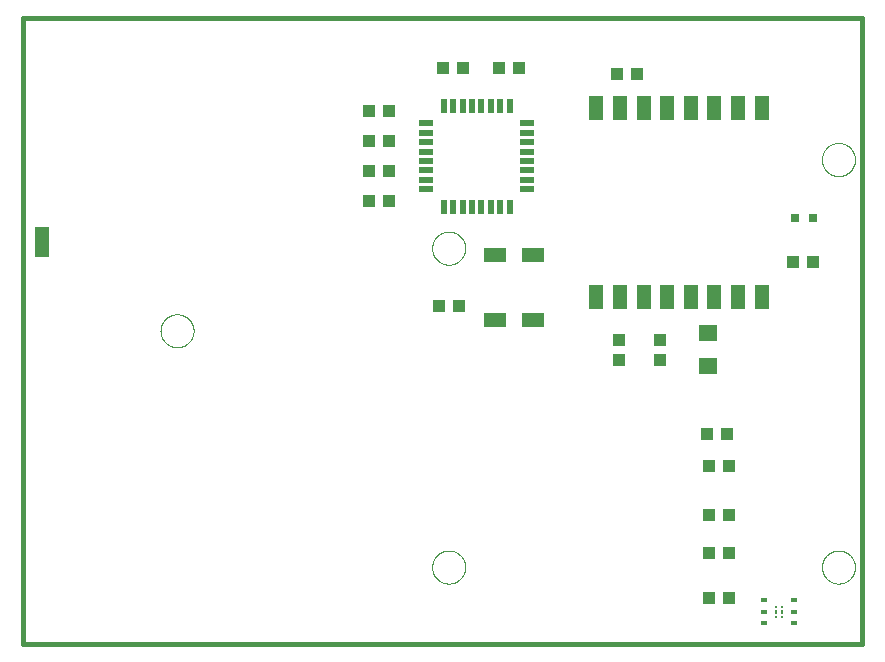
<source format=gtp>
G75*
%MOIN*%
%OFA0B0*%
%FSLAX25Y25*%
%IPPOS*%
%LPD*%
%AMOC8*
5,1,8,0,0,1.08239X$1,22.5*
%
%ADD10C,0.01600*%
%ADD11C,0.00000*%
%ADD12R,0.06299X0.05512*%
%ADD13R,0.03937X0.04331*%
%ADD14R,0.07480X0.05118*%
%ADD15R,0.04331X0.03937*%
%ADD16R,0.03150X0.03150*%
%ADD17R,0.05118X0.07874*%
%ADD18R,0.02200X0.05000*%
%ADD19R,0.05000X0.02200*%
%ADD20R,0.02362X0.01575*%
%ADD21R,0.00984X0.00984*%
%ADD22R,0.00984X0.01181*%
%ADD23R,0.05000X0.10000*%
D10*
X0001800Y0001800D02*
X0281328Y0001800D01*
X0281328Y0210461D01*
X0001800Y0210461D01*
X0001800Y0001800D01*
D11*
X0138020Y0027391D02*
X0138022Y0027539D01*
X0138028Y0027687D01*
X0138038Y0027835D01*
X0138052Y0027982D01*
X0138070Y0028129D01*
X0138091Y0028275D01*
X0138117Y0028421D01*
X0138147Y0028566D01*
X0138180Y0028710D01*
X0138218Y0028853D01*
X0138259Y0028995D01*
X0138304Y0029136D01*
X0138352Y0029276D01*
X0138405Y0029415D01*
X0138461Y0029552D01*
X0138521Y0029687D01*
X0138584Y0029821D01*
X0138651Y0029953D01*
X0138722Y0030083D01*
X0138796Y0030211D01*
X0138873Y0030337D01*
X0138954Y0030461D01*
X0139038Y0030583D01*
X0139125Y0030702D01*
X0139216Y0030819D01*
X0139310Y0030934D01*
X0139406Y0031046D01*
X0139506Y0031156D01*
X0139608Y0031262D01*
X0139714Y0031366D01*
X0139822Y0031467D01*
X0139933Y0031565D01*
X0140046Y0031661D01*
X0140162Y0031753D01*
X0140280Y0031842D01*
X0140401Y0031927D01*
X0140524Y0032010D01*
X0140649Y0032089D01*
X0140776Y0032165D01*
X0140905Y0032237D01*
X0141036Y0032306D01*
X0141169Y0032371D01*
X0141304Y0032432D01*
X0141440Y0032490D01*
X0141577Y0032545D01*
X0141716Y0032595D01*
X0141857Y0032642D01*
X0141998Y0032685D01*
X0142141Y0032725D01*
X0142285Y0032760D01*
X0142429Y0032792D01*
X0142575Y0032819D01*
X0142721Y0032843D01*
X0142868Y0032863D01*
X0143015Y0032879D01*
X0143162Y0032891D01*
X0143310Y0032899D01*
X0143458Y0032903D01*
X0143606Y0032903D01*
X0143754Y0032899D01*
X0143902Y0032891D01*
X0144049Y0032879D01*
X0144196Y0032863D01*
X0144343Y0032843D01*
X0144489Y0032819D01*
X0144635Y0032792D01*
X0144779Y0032760D01*
X0144923Y0032725D01*
X0145066Y0032685D01*
X0145207Y0032642D01*
X0145348Y0032595D01*
X0145487Y0032545D01*
X0145624Y0032490D01*
X0145760Y0032432D01*
X0145895Y0032371D01*
X0146028Y0032306D01*
X0146159Y0032237D01*
X0146288Y0032165D01*
X0146415Y0032089D01*
X0146540Y0032010D01*
X0146663Y0031927D01*
X0146784Y0031842D01*
X0146902Y0031753D01*
X0147018Y0031661D01*
X0147131Y0031565D01*
X0147242Y0031467D01*
X0147350Y0031366D01*
X0147456Y0031262D01*
X0147558Y0031156D01*
X0147658Y0031046D01*
X0147754Y0030934D01*
X0147848Y0030819D01*
X0147939Y0030702D01*
X0148026Y0030583D01*
X0148110Y0030461D01*
X0148191Y0030337D01*
X0148268Y0030211D01*
X0148342Y0030083D01*
X0148413Y0029953D01*
X0148480Y0029821D01*
X0148543Y0029687D01*
X0148603Y0029552D01*
X0148659Y0029415D01*
X0148712Y0029276D01*
X0148760Y0029136D01*
X0148805Y0028995D01*
X0148846Y0028853D01*
X0148884Y0028710D01*
X0148917Y0028566D01*
X0148947Y0028421D01*
X0148973Y0028275D01*
X0148994Y0028129D01*
X0149012Y0027982D01*
X0149026Y0027835D01*
X0149036Y0027687D01*
X0149042Y0027539D01*
X0149044Y0027391D01*
X0149042Y0027243D01*
X0149036Y0027095D01*
X0149026Y0026947D01*
X0149012Y0026800D01*
X0148994Y0026653D01*
X0148973Y0026507D01*
X0148947Y0026361D01*
X0148917Y0026216D01*
X0148884Y0026072D01*
X0148846Y0025929D01*
X0148805Y0025787D01*
X0148760Y0025646D01*
X0148712Y0025506D01*
X0148659Y0025367D01*
X0148603Y0025230D01*
X0148543Y0025095D01*
X0148480Y0024961D01*
X0148413Y0024829D01*
X0148342Y0024699D01*
X0148268Y0024571D01*
X0148191Y0024445D01*
X0148110Y0024321D01*
X0148026Y0024199D01*
X0147939Y0024080D01*
X0147848Y0023963D01*
X0147754Y0023848D01*
X0147658Y0023736D01*
X0147558Y0023626D01*
X0147456Y0023520D01*
X0147350Y0023416D01*
X0147242Y0023315D01*
X0147131Y0023217D01*
X0147018Y0023121D01*
X0146902Y0023029D01*
X0146784Y0022940D01*
X0146663Y0022855D01*
X0146540Y0022772D01*
X0146415Y0022693D01*
X0146288Y0022617D01*
X0146159Y0022545D01*
X0146028Y0022476D01*
X0145895Y0022411D01*
X0145760Y0022350D01*
X0145624Y0022292D01*
X0145487Y0022237D01*
X0145348Y0022187D01*
X0145207Y0022140D01*
X0145066Y0022097D01*
X0144923Y0022057D01*
X0144779Y0022022D01*
X0144635Y0021990D01*
X0144489Y0021963D01*
X0144343Y0021939D01*
X0144196Y0021919D01*
X0144049Y0021903D01*
X0143902Y0021891D01*
X0143754Y0021883D01*
X0143606Y0021879D01*
X0143458Y0021879D01*
X0143310Y0021883D01*
X0143162Y0021891D01*
X0143015Y0021903D01*
X0142868Y0021919D01*
X0142721Y0021939D01*
X0142575Y0021963D01*
X0142429Y0021990D01*
X0142285Y0022022D01*
X0142141Y0022057D01*
X0141998Y0022097D01*
X0141857Y0022140D01*
X0141716Y0022187D01*
X0141577Y0022237D01*
X0141440Y0022292D01*
X0141304Y0022350D01*
X0141169Y0022411D01*
X0141036Y0022476D01*
X0140905Y0022545D01*
X0140776Y0022617D01*
X0140649Y0022693D01*
X0140524Y0022772D01*
X0140401Y0022855D01*
X0140280Y0022940D01*
X0140162Y0023029D01*
X0140046Y0023121D01*
X0139933Y0023217D01*
X0139822Y0023315D01*
X0139714Y0023416D01*
X0139608Y0023520D01*
X0139506Y0023626D01*
X0139406Y0023736D01*
X0139310Y0023848D01*
X0139216Y0023963D01*
X0139125Y0024080D01*
X0139038Y0024199D01*
X0138954Y0024321D01*
X0138873Y0024445D01*
X0138796Y0024571D01*
X0138722Y0024699D01*
X0138651Y0024829D01*
X0138584Y0024961D01*
X0138521Y0025095D01*
X0138461Y0025230D01*
X0138405Y0025367D01*
X0138352Y0025506D01*
X0138304Y0025646D01*
X0138259Y0025787D01*
X0138218Y0025929D01*
X0138180Y0026072D01*
X0138147Y0026216D01*
X0138117Y0026361D01*
X0138091Y0026507D01*
X0138070Y0026653D01*
X0138052Y0026800D01*
X0138038Y0026947D01*
X0138028Y0027095D01*
X0138022Y0027243D01*
X0138020Y0027391D01*
X0047469Y0106131D02*
X0047471Y0106279D01*
X0047477Y0106427D01*
X0047487Y0106575D01*
X0047501Y0106722D01*
X0047519Y0106869D01*
X0047540Y0107015D01*
X0047566Y0107161D01*
X0047596Y0107306D01*
X0047629Y0107450D01*
X0047667Y0107593D01*
X0047708Y0107735D01*
X0047753Y0107876D01*
X0047801Y0108016D01*
X0047854Y0108155D01*
X0047910Y0108292D01*
X0047970Y0108427D01*
X0048033Y0108561D01*
X0048100Y0108693D01*
X0048171Y0108823D01*
X0048245Y0108951D01*
X0048322Y0109077D01*
X0048403Y0109201D01*
X0048487Y0109323D01*
X0048574Y0109442D01*
X0048665Y0109559D01*
X0048759Y0109674D01*
X0048855Y0109786D01*
X0048955Y0109896D01*
X0049057Y0110002D01*
X0049163Y0110106D01*
X0049271Y0110207D01*
X0049382Y0110305D01*
X0049495Y0110401D01*
X0049611Y0110493D01*
X0049729Y0110582D01*
X0049850Y0110667D01*
X0049973Y0110750D01*
X0050098Y0110829D01*
X0050225Y0110905D01*
X0050354Y0110977D01*
X0050485Y0111046D01*
X0050618Y0111111D01*
X0050753Y0111172D01*
X0050889Y0111230D01*
X0051026Y0111285D01*
X0051165Y0111335D01*
X0051306Y0111382D01*
X0051447Y0111425D01*
X0051590Y0111465D01*
X0051734Y0111500D01*
X0051878Y0111532D01*
X0052024Y0111559D01*
X0052170Y0111583D01*
X0052317Y0111603D01*
X0052464Y0111619D01*
X0052611Y0111631D01*
X0052759Y0111639D01*
X0052907Y0111643D01*
X0053055Y0111643D01*
X0053203Y0111639D01*
X0053351Y0111631D01*
X0053498Y0111619D01*
X0053645Y0111603D01*
X0053792Y0111583D01*
X0053938Y0111559D01*
X0054084Y0111532D01*
X0054228Y0111500D01*
X0054372Y0111465D01*
X0054515Y0111425D01*
X0054656Y0111382D01*
X0054797Y0111335D01*
X0054936Y0111285D01*
X0055073Y0111230D01*
X0055209Y0111172D01*
X0055344Y0111111D01*
X0055477Y0111046D01*
X0055608Y0110977D01*
X0055737Y0110905D01*
X0055864Y0110829D01*
X0055989Y0110750D01*
X0056112Y0110667D01*
X0056233Y0110582D01*
X0056351Y0110493D01*
X0056467Y0110401D01*
X0056580Y0110305D01*
X0056691Y0110207D01*
X0056799Y0110106D01*
X0056905Y0110002D01*
X0057007Y0109896D01*
X0057107Y0109786D01*
X0057203Y0109674D01*
X0057297Y0109559D01*
X0057388Y0109442D01*
X0057475Y0109323D01*
X0057559Y0109201D01*
X0057640Y0109077D01*
X0057717Y0108951D01*
X0057791Y0108823D01*
X0057862Y0108693D01*
X0057929Y0108561D01*
X0057992Y0108427D01*
X0058052Y0108292D01*
X0058108Y0108155D01*
X0058161Y0108016D01*
X0058209Y0107876D01*
X0058254Y0107735D01*
X0058295Y0107593D01*
X0058333Y0107450D01*
X0058366Y0107306D01*
X0058396Y0107161D01*
X0058422Y0107015D01*
X0058443Y0106869D01*
X0058461Y0106722D01*
X0058475Y0106575D01*
X0058485Y0106427D01*
X0058491Y0106279D01*
X0058493Y0106131D01*
X0058491Y0105983D01*
X0058485Y0105835D01*
X0058475Y0105687D01*
X0058461Y0105540D01*
X0058443Y0105393D01*
X0058422Y0105247D01*
X0058396Y0105101D01*
X0058366Y0104956D01*
X0058333Y0104812D01*
X0058295Y0104669D01*
X0058254Y0104527D01*
X0058209Y0104386D01*
X0058161Y0104246D01*
X0058108Y0104107D01*
X0058052Y0103970D01*
X0057992Y0103835D01*
X0057929Y0103701D01*
X0057862Y0103569D01*
X0057791Y0103439D01*
X0057717Y0103311D01*
X0057640Y0103185D01*
X0057559Y0103061D01*
X0057475Y0102939D01*
X0057388Y0102820D01*
X0057297Y0102703D01*
X0057203Y0102588D01*
X0057107Y0102476D01*
X0057007Y0102366D01*
X0056905Y0102260D01*
X0056799Y0102156D01*
X0056691Y0102055D01*
X0056580Y0101957D01*
X0056467Y0101861D01*
X0056351Y0101769D01*
X0056233Y0101680D01*
X0056112Y0101595D01*
X0055989Y0101512D01*
X0055864Y0101433D01*
X0055737Y0101357D01*
X0055608Y0101285D01*
X0055477Y0101216D01*
X0055344Y0101151D01*
X0055209Y0101090D01*
X0055073Y0101032D01*
X0054936Y0100977D01*
X0054797Y0100927D01*
X0054656Y0100880D01*
X0054515Y0100837D01*
X0054372Y0100797D01*
X0054228Y0100762D01*
X0054084Y0100730D01*
X0053938Y0100703D01*
X0053792Y0100679D01*
X0053645Y0100659D01*
X0053498Y0100643D01*
X0053351Y0100631D01*
X0053203Y0100623D01*
X0053055Y0100619D01*
X0052907Y0100619D01*
X0052759Y0100623D01*
X0052611Y0100631D01*
X0052464Y0100643D01*
X0052317Y0100659D01*
X0052170Y0100679D01*
X0052024Y0100703D01*
X0051878Y0100730D01*
X0051734Y0100762D01*
X0051590Y0100797D01*
X0051447Y0100837D01*
X0051306Y0100880D01*
X0051165Y0100927D01*
X0051026Y0100977D01*
X0050889Y0101032D01*
X0050753Y0101090D01*
X0050618Y0101151D01*
X0050485Y0101216D01*
X0050354Y0101285D01*
X0050225Y0101357D01*
X0050098Y0101433D01*
X0049973Y0101512D01*
X0049850Y0101595D01*
X0049729Y0101680D01*
X0049611Y0101769D01*
X0049495Y0101861D01*
X0049382Y0101957D01*
X0049271Y0102055D01*
X0049163Y0102156D01*
X0049057Y0102260D01*
X0048955Y0102366D01*
X0048855Y0102476D01*
X0048759Y0102588D01*
X0048665Y0102703D01*
X0048574Y0102820D01*
X0048487Y0102939D01*
X0048403Y0103061D01*
X0048322Y0103185D01*
X0048245Y0103311D01*
X0048171Y0103439D01*
X0048100Y0103569D01*
X0048033Y0103701D01*
X0047970Y0103835D01*
X0047910Y0103970D01*
X0047854Y0104107D01*
X0047801Y0104246D01*
X0047753Y0104386D01*
X0047708Y0104527D01*
X0047667Y0104669D01*
X0047629Y0104812D01*
X0047596Y0104956D01*
X0047566Y0105101D01*
X0047540Y0105247D01*
X0047519Y0105393D01*
X0047501Y0105540D01*
X0047487Y0105687D01*
X0047477Y0105835D01*
X0047471Y0105983D01*
X0047469Y0106131D01*
X0138020Y0133690D02*
X0138022Y0133838D01*
X0138028Y0133986D01*
X0138038Y0134134D01*
X0138052Y0134281D01*
X0138070Y0134428D01*
X0138091Y0134574D01*
X0138117Y0134720D01*
X0138147Y0134865D01*
X0138180Y0135009D01*
X0138218Y0135152D01*
X0138259Y0135294D01*
X0138304Y0135435D01*
X0138352Y0135575D01*
X0138405Y0135714D01*
X0138461Y0135851D01*
X0138521Y0135986D01*
X0138584Y0136120D01*
X0138651Y0136252D01*
X0138722Y0136382D01*
X0138796Y0136510D01*
X0138873Y0136636D01*
X0138954Y0136760D01*
X0139038Y0136882D01*
X0139125Y0137001D01*
X0139216Y0137118D01*
X0139310Y0137233D01*
X0139406Y0137345D01*
X0139506Y0137455D01*
X0139608Y0137561D01*
X0139714Y0137665D01*
X0139822Y0137766D01*
X0139933Y0137864D01*
X0140046Y0137960D01*
X0140162Y0138052D01*
X0140280Y0138141D01*
X0140401Y0138226D01*
X0140524Y0138309D01*
X0140649Y0138388D01*
X0140776Y0138464D01*
X0140905Y0138536D01*
X0141036Y0138605D01*
X0141169Y0138670D01*
X0141304Y0138731D01*
X0141440Y0138789D01*
X0141577Y0138844D01*
X0141716Y0138894D01*
X0141857Y0138941D01*
X0141998Y0138984D01*
X0142141Y0139024D01*
X0142285Y0139059D01*
X0142429Y0139091D01*
X0142575Y0139118D01*
X0142721Y0139142D01*
X0142868Y0139162D01*
X0143015Y0139178D01*
X0143162Y0139190D01*
X0143310Y0139198D01*
X0143458Y0139202D01*
X0143606Y0139202D01*
X0143754Y0139198D01*
X0143902Y0139190D01*
X0144049Y0139178D01*
X0144196Y0139162D01*
X0144343Y0139142D01*
X0144489Y0139118D01*
X0144635Y0139091D01*
X0144779Y0139059D01*
X0144923Y0139024D01*
X0145066Y0138984D01*
X0145207Y0138941D01*
X0145348Y0138894D01*
X0145487Y0138844D01*
X0145624Y0138789D01*
X0145760Y0138731D01*
X0145895Y0138670D01*
X0146028Y0138605D01*
X0146159Y0138536D01*
X0146288Y0138464D01*
X0146415Y0138388D01*
X0146540Y0138309D01*
X0146663Y0138226D01*
X0146784Y0138141D01*
X0146902Y0138052D01*
X0147018Y0137960D01*
X0147131Y0137864D01*
X0147242Y0137766D01*
X0147350Y0137665D01*
X0147456Y0137561D01*
X0147558Y0137455D01*
X0147658Y0137345D01*
X0147754Y0137233D01*
X0147848Y0137118D01*
X0147939Y0137001D01*
X0148026Y0136882D01*
X0148110Y0136760D01*
X0148191Y0136636D01*
X0148268Y0136510D01*
X0148342Y0136382D01*
X0148413Y0136252D01*
X0148480Y0136120D01*
X0148543Y0135986D01*
X0148603Y0135851D01*
X0148659Y0135714D01*
X0148712Y0135575D01*
X0148760Y0135435D01*
X0148805Y0135294D01*
X0148846Y0135152D01*
X0148884Y0135009D01*
X0148917Y0134865D01*
X0148947Y0134720D01*
X0148973Y0134574D01*
X0148994Y0134428D01*
X0149012Y0134281D01*
X0149026Y0134134D01*
X0149036Y0133986D01*
X0149042Y0133838D01*
X0149044Y0133690D01*
X0149042Y0133542D01*
X0149036Y0133394D01*
X0149026Y0133246D01*
X0149012Y0133099D01*
X0148994Y0132952D01*
X0148973Y0132806D01*
X0148947Y0132660D01*
X0148917Y0132515D01*
X0148884Y0132371D01*
X0148846Y0132228D01*
X0148805Y0132086D01*
X0148760Y0131945D01*
X0148712Y0131805D01*
X0148659Y0131666D01*
X0148603Y0131529D01*
X0148543Y0131394D01*
X0148480Y0131260D01*
X0148413Y0131128D01*
X0148342Y0130998D01*
X0148268Y0130870D01*
X0148191Y0130744D01*
X0148110Y0130620D01*
X0148026Y0130498D01*
X0147939Y0130379D01*
X0147848Y0130262D01*
X0147754Y0130147D01*
X0147658Y0130035D01*
X0147558Y0129925D01*
X0147456Y0129819D01*
X0147350Y0129715D01*
X0147242Y0129614D01*
X0147131Y0129516D01*
X0147018Y0129420D01*
X0146902Y0129328D01*
X0146784Y0129239D01*
X0146663Y0129154D01*
X0146540Y0129071D01*
X0146415Y0128992D01*
X0146288Y0128916D01*
X0146159Y0128844D01*
X0146028Y0128775D01*
X0145895Y0128710D01*
X0145760Y0128649D01*
X0145624Y0128591D01*
X0145487Y0128536D01*
X0145348Y0128486D01*
X0145207Y0128439D01*
X0145066Y0128396D01*
X0144923Y0128356D01*
X0144779Y0128321D01*
X0144635Y0128289D01*
X0144489Y0128262D01*
X0144343Y0128238D01*
X0144196Y0128218D01*
X0144049Y0128202D01*
X0143902Y0128190D01*
X0143754Y0128182D01*
X0143606Y0128178D01*
X0143458Y0128178D01*
X0143310Y0128182D01*
X0143162Y0128190D01*
X0143015Y0128202D01*
X0142868Y0128218D01*
X0142721Y0128238D01*
X0142575Y0128262D01*
X0142429Y0128289D01*
X0142285Y0128321D01*
X0142141Y0128356D01*
X0141998Y0128396D01*
X0141857Y0128439D01*
X0141716Y0128486D01*
X0141577Y0128536D01*
X0141440Y0128591D01*
X0141304Y0128649D01*
X0141169Y0128710D01*
X0141036Y0128775D01*
X0140905Y0128844D01*
X0140776Y0128916D01*
X0140649Y0128992D01*
X0140524Y0129071D01*
X0140401Y0129154D01*
X0140280Y0129239D01*
X0140162Y0129328D01*
X0140046Y0129420D01*
X0139933Y0129516D01*
X0139822Y0129614D01*
X0139714Y0129715D01*
X0139608Y0129819D01*
X0139506Y0129925D01*
X0139406Y0130035D01*
X0139310Y0130147D01*
X0139216Y0130262D01*
X0139125Y0130379D01*
X0139038Y0130498D01*
X0138954Y0130620D01*
X0138873Y0130744D01*
X0138796Y0130870D01*
X0138722Y0130998D01*
X0138651Y0131128D01*
X0138584Y0131260D01*
X0138521Y0131394D01*
X0138461Y0131529D01*
X0138405Y0131666D01*
X0138352Y0131805D01*
X0138304Y0131945D01*
X0138259Y0132086D01*
X0138218Y0132228D01*
X0138180Y0132371D01*
X0138147Y0132515D01*
X0138117Y0132660D01*
X0138091Y0132806D01*
X0138070Y0132952D01*
X0138052Y0133099D01*
X0138038Y0133246D01*
X0138028Y0133394D01*
X0138022Y0133542D01*
X0138020Y0133690D01*
X0267942Y0163217D02*
X0267944Y0163365D01*
X0267950Y0163513D01*
X0267960Y0163661D01*
X0267974Y0163808D01*
X0267992Y0163955D01*
X0268013Y0164101D01*
X0268039Y0164247D01*
X0268069Y0164392D01*
X0268102Y0164536D01*
X0268140Y0164679D01*
X0268181Y0164821D01*
X0268226Y0164962D01*
X0268274Y0165102D01*
X0268327Y0165241D01*
X0268383Y0165378D01*
X0268443Y0165513D01*
X0268506Y0165647D01*
X0268573Y0165779D01*
X0268644Y0165909D01*
X0268718Y0166037D01*
X0268795Y0166163D01*
X0268876Y0166287D01*
X0268960Y0166409D01*
X0269047Y0166528D01*
X0269138Y0166645D01*
X0269232Y0166760D01*
X0269328Y0166872D01*
X0269428Y0166982D01*
X0269530Y0167088D01*
X0269636Y0167192D01*
X0269744Y0167293D01*
X0269855Y0167391D01*
X0269968Y0167487D01*
X0270084Y0167579D01*
X0270202Y0167668D01*
X0270323Y0167753D01*
X0270446Y0167836D01*
X0270571Y0167915D01*
X0270698Y0167991D01*
X0270827Y0168063D01*
X0270958Y0168132D01*
X0271091Y0168197D01*
X0271226Y0168258D01*
X0271362Y0168316D01*
X0271499Y0168371D01*
X0271638Y0168421D01*
X0271779Y0168468D01*
X0271920Y0168511D01*
X0272063Y0168551D01*
X0272207Y0168586D01*
X0272351Y0168618D01*
X0272497Y0168645D01*
X0272643Y0168669D01*
X0272790Y0168689D01*
X0272937Y0168705D01*
X0273084Y0168717D01*
X0273232Y0168725D01*
X0273380Y0168729D01*
X0273528Y0168729D01*
X0273676Y0168725D01*
X0273824Y0168717D01*
X0273971Y0168705D01*
X0274118Y0168689D01*
X0274265Y0168669D01*
X0274411Y0168645D01*
X0274557Y0168618D01*
X0274701Y0168586D01*
X0274845Y0168551D01*
X0274988Y0168511D01*
X0275129Y0168468D01*
X0275270Y0168421D01*
X0275409Y0168371D01*
X0275546Y0168316D01*
X0275682Y0168258D01*
X0275817Y0168197D01*
X0275950Y0168132D01*
X0276081Y0168063D01*
X0276210Y0167991D01*
X0276337Y0167915D01*
X0276462Y0167836D01*
X0276585Y0167753D01*
X0276706Y0167668D01*
X0276824Y0167579D01*
X0276940Y0167487D01*
X0277053Y0167391D01*
X0277164Y0167293D01*
X0277272Y0167192D01*
X0277378Y0167088D01*
X0277480Y0166982D01*
X0277580Y0166872D01*
X0277676Y0166760D01*
X0277770Y0166645D01*
X0277861Y0166528D01*
X0277948Y0166409D01*
X0278032Y0166287D01*
X0278113Y0166163D01*
X0278190Y0166037D01*
X0278264Y0165909D01*
X0278335Y0165779D01*
X0278402Y0165647D01*
X0278465Y0165513D01*
X0278525Y0165378D01*
X0278581Y0165241D01*
X0278634Y0165102D01*
X0278682Y0164962D01*
X0278727Y0164821D01*
X0278768Y0164679D01*
X0278806Y0164536D01*
X0278839Y0164392D01*
X0278869Y0164247D01*
X0278895Y0164101D01*
X0278916Y0163955D01*
X0278934Y0163808D01*
X0278948Y0163661D01*
X0278958Y0163513D01*
X0278964Y0163365D01*
X0278966Y0163217D01*
X0278964Y0163069D01*
X0278958Y0162921D01*
X0278948Y0162773D01*
X0278934Y0162626D01*
X0278916Y0162479D01*
X0278895Y0162333D01*
X0278869Y0162187D01*
X0278839Y0162042D01*
X0278806Y0161898D01*
X0278768Y0161755D01*
X0278727Y0161613D01*
X0278682Y0161472D01*
X0278634Y0161332D01*
X0278581Y0161193D01*
X0278525Y0161056D01*
X0278465Y0160921D01*
X0278402Y0160787D01*
X0278335Y0160655D01*
X0278264Y0160525D01*
X0278190Y0160397D01*
X0278113Y0160271D01*
X0278032Y0160147D01*
X0277948Y0160025D01*
X0277861Y0159906D01*
X0277770Y0159789D01*
X0277676Y0159674D01*
X0277580Y0159562D01*
X0277480Y0159452D01*
X0277378Y0159346D01*
X0277272Y0159242D01*
X0277164Y0159141D01*
X0277053Y0159043D01*
X0276940Y0158947D01*
X0276824Y0158855D01*
X0276706Y0158766D01*
X0276585Y0158681D01*
X0276462Y0158598D01*
X0276337Y0158519D01*
X0276210Y0158443D01*
X0276081Y0158371D01*
X0275950Y0158302D01*
X0275817Y0158237D01*
X0275682Y0158176D01*
X0275546Y0158118D01*
X0275409Y0158063D01*
X0275270Y0158013D01*
X0275129Y0157966D01*
X0274988Y0157923D01*
X0274845Y0157883D01*
X0274701Y0157848D01*
X0274557Y0157816D01*
X0274411Y0157789D01*
X0274265Y0157765D01*
X0274118Y0157745D01*
X0273971Y0157729D01*
X0273824Y0157717D01*
X0273676Y0157709D01*
X0273528Y0157705D01*
X0273380Y0157705D01*
X0273232Y0157709D01*
X0273084Y0157717D01*
X0272937Y0157729D01*
X0272790Y0157745D01*
X0272643Y0157765D01*
X0272497Y0157789D01*
X0272351Y0157816D01*
X0272207Y0157848D01*
X0272063Y0157883D01*
X0271920Y0157923D01*
X0271779Y0157966D01*
X0271638Y0158013D01*
X0271499Y0158063D01*
X0271362Y0158118D01*
X0271226Y0158176D01*
X0271091Y0158237D01*
X0270958Y0158302D01*
X0270827Y0158371D01*
X0270698Y0158443D01*
X0270571Y0158519D01*
X0270446Y0158598D01*
X0270323Y0158681D01*
X0270202Y0158766D01*
X0270084Y0158855D01*
X0269968Y0158947D01*
X0269855Y0159043D01*
X0269744Y0159141D01*
X0269636Y0159242D01*
X0269530Y0159346D01*
X0269428Y0159452D01*
X0269328Y0159562D01*
X0269232Y0159674D01*
X0269138Y0159789D01*
X0269047Y0159906D01*
X0268960Y0160025D01*
X0268876Y0160147D01*
X0268795Y0160271D01*
X0268718Y0160397D01*
X0268644Y0160525D01*
X0268573Y0160655D01*
X0268506Y0160787D01*
X0268443Y0160921D01*
X0268383Y0161056D01*
X0268327Y0161193D01*
X0268274Y0161332D01*
X0268226Y0161472D01*
X0268181Y0161613D01*
X0268140Y0161755D01*
X0268102Y0161898D01*
X0268069Y0162042D01*
X0268039Y0162187D01*
X0268013Y0162333D01*
X0267992Y0162479D01*
X0267974Y0162626D01*
X0267960Y0162773D01*
X0267950Y0162921D01*
X0267944Y0163069D01*
X0267942Y0163217D01*
X0267942Y0027391D02*
X0267944Y0027539D01*
X0267950Y0027687D01*
X0267960Y0027835D01*
X0267974Y0027982D01*
X0267992Y0028129D01*
X0268013Y0028275D01*
X0268039Y0028421D01*
X0268069Y0028566D01*
X0268102Y0028710D01*
X0268140Y0028853D01*
X0268181Y0028995D01*
X0268226Y0029136D01*
X0268274Y0029276D01*
X0268327Y0029415D01*
X0268383Y0029552D01*
X0268443Y0029687D01*
X0268506Y0029821D01*
X0268573Y0029953D01*
X0268644Y0030083D01*
X0268718Y0030211D01*
X0268795Y0030337D01*
X0268876Y0030461D01*
X0268960Y0030583D01*
X0269047Y0030702D01*
X0269138Y0030819D01*
X0269232Y0030934D01*
X0269328Y0031046D01*
X0269428Y0031156D01*
X0269530Y0031262D01*
X0269636Y0031366D01*
X0269744Y0031467D01*
X0269855Y0031565D01*
X0269968Y0031661D01*
X0270084Y0031753D01*
X0270202Y0031842D01*
X0270323Y0031927D01*
X0270446Y0032010D01*
X0270571Y0032089D01*
X0270698Y0032165D01*
X0270827Y0032237D01*
X0270958Y0032306D01*
X0271091Y0032371D01*
X0271226Y0032432D01*
X0271362Y0032490D01*
X0271499Y0032545D01*
X0271638Y0032595D01*
X0271779Y0032642D01*
X0271920Y0032685D01*
X0272063Y0032725D01*
X0272207Y0032760D01*
X0272351Y0032792D01*
X0272497Y0032819D01*
X0272643Y0032843D01*
X0272790Y0032863D01*
X0272937Y0032879D01*
X0273084Y0032891D01*
X0273232Y0032899D01*
X0273380Y0032903D01*
X0273528Y0032903D01*
X0273676Y0032899D01*
X0273824Y0032891D01*
X0273971Y0032879D01*
X0274118Y0032863D01*
X0274265Y0032843D01*
X0274411Y0032819D01*
X0274557Y0032792D01*
X0274701Y0032760D01*
X0274845Y0032725D01*
X0274988Y0032685D01*
X0275129Y0032642D01*
X0275270Y0032595D01*
X0275409Y0032545D01*
X0275546Y0032490D01*
X0275682Y0032432D01*
X0275817Y0032371D01*
X0275950Y0032306D01*
X0276081Y0032237D01*
X0276210Y0032165D01*
X0276337Y0032089D01*
X0276462Y0032010D01*
X0276585Y0031927D01*
X0276706Y0031842D01*
X0276824Y0031753D01*
X0276940Y0031661D01*
X0277053Y0031565D01*
X0277164Y0031467D01*
X0277272Y0031366D01*
X0277378Y0031262D01*
X0277480Y0031156D01*
X0277580Y0031046D01*
X0277676Y0030934D01*
X0277770Y0030819D01*
X0277861Y0030702D01*
X0277948Y0030583D01*
X0278032Y0030461D01*
X0278113Y0030337D01*
X0278190Y0030211D01*
X0278264Y0030083D01*
X0278335Y0029953D01*
X0278402Y0029821D01*
X0278465Y0029687D01*
X0278525Y0029552D01*
X0278581Y0029415D01*
X0278634Y0029276D01*
X0278682Y0029136D01*
X0278727Y0028995D01*
X0278768Y0028853D01*
X0278806Y0028710D01*
X0278839Y0028566D01*
X0278869Y0028421D01*
X0278895Y0028275D01*
X0278916Y0028129D01*
X0278934Y0027982D01*
X0278948Y0027835D01*
X0278958Y0027687D01*
X0278964Y0027539D01*
X0278966Y0027391D01*
X0278964Y0027243D01*
X0278958Y0027095D01*
X0278948Y0026947D01*
X0278934Y0026800D01*
X0278916Y0026653D01*
X0278895Y0026507D01*
X0278869Y0026361D01*
X0278839Y0026216D01*
X0278806Y0026072D01*
X0278768Y0025929D01*
X0278727Y0025787D01*
X0278682Y0025646D01*
X0278634Y0025506D01*
X0278581Y0025367D01*
X0278525Y0025230D01*
X0278465Y0025095D01*
X0278402Y0024961D01*
X0278335Y0024829D01*
X0278264Y0024699D01*
X0278190Y0024571D01*
X0278113Y0024445D01*
X0278032Y0024321D01*
X0277948Y0024199D01*
X0277861Y0024080D01*
X0277770Y0023963D01*
X0277676Y0023848D01*
X0277580Y0023736D01*
X0277480Y0023626D01*
X0277378Y0023520D01*
X0277272Y0023416D01*
X0277164Y0023315D01*
X0277053Y0023217D01*
X0276940Y0023121D01*
X0276824Y0023029D01*
X0276706Y0022940D01*
X0276585Y0022855D01*
X0276462Y0022772D01*
X0276337Y0022693D01*
X0276210Y0022617D01*
X0276081Y0022545D01*
X0275950Y0022476D01*
X0275817Y0022411D01*
X0275682Y0022350D01*
X0275546Y0022292D01*
X0275409Y0022237D01*
X0275270Y0022187D01*
X0275129Y0022140D01*
X0274988Y0022097D01*
X0274845Y0022057D01*
X0274701Y0022022D01*
X0274557Y0021990D01*
X0274411Y0021963D01*
X0274265Y0021939D01*
X0274118Y0021919D01*
X0273971Y0021903D01*
X0273824Y0021891D01*
X0273676Y0021883D01*
X0273528Y0021879D01*
X0273380Y0021879D01*
X0273232Y0021883D01*
X0273084Y0021891D01*
X0272937Y0021903D01*
X0272790Y0021919D01*
X0272643Y0021939D01*
X0272497Y0021963D01*
X0272351Y0021990D01*
X0272207Y0022022D01*
X0272063Y0022057D01*
X0271920Y0022097D01*
X0271779Y0022140D01*
X0271638Y0022187D01*
X0271499Y0022237D01*
X0271362Y0022292D01*
X0271226Y0022350D01*
X0271091Y0022411D01*
X0270958Y0022476D01*
X0270827Y0022545D01*
X0270698Y0022617D01*
X0270571Y0022693D01*
X0270446Y0022772D01*
X0270323Y0022855D01*
X0270202Y0022940D01*
X0270084Y0023029D01*
X0269968Y0023121D01*
X0269855Y0023217D01*
X0269744Y0023315D01*
X0269636Y0023416D01*
X0269530Y0023520D01*
X0269428Y0023626D01*
X0269328Y0023736D01*
X0269232Y0023848D01*
X0269138Y0023963D01*
X0269047Y0024080D01*
X0268960Y0024199D01*
X0268876Y0024321D01*
X0268795Y0024445D01*
X0268718Y0024571D01*
X0268644Y0024699D01*
X0268573Y0024829D01*
X0268506Y0024961D01*
X0268443Y0025095D01*
X0268383Y0025230D01*
X0268327Y0025367D01*
X0268274Y0025506D01*
X0268226Y0025646D01*
X0268181Y0025787D01*
X0268140Y0025929D01*
X0268102Y0026072D01*
X0268069Y0026216D01*
X0268039Y0026361D01*
X0268013Y0026507D01*
X0267992Y0026653D01*
X0267974Y0026800D01*
X0267960Y0026947D01*
X0267950Y0027095D01*
X0267944Y0027243D01*
X0267942Y0027391D01*
D12*
X0230017Y0094244D03*
X0230017Y0105268D03*
D13*
X0213809Y0103185D03*
X0213809Y0096492D03*
X0200184Y0096527D03*
X0200184Y0103219D03*
X0229517Y0071800D03*
X0236209Y0071800D03*
X0236946Y0044735D03*
X0230253Y0044735D03*
X0230253Y0032177D03*
X0236946Y0032177D03*
X0237126Y0017182D03*
X0230434Y0017182D03*
X0258362Y0129175D03*
X0265055Y0129175D03*
X0206209Y0191800D03*
X0199517Y0191800D03*
X0123709Y0179300D03*
X0117017Y0179300D03*
X0117017Y0169300D03*
X0123709Y0169300D03*
X0123709Y0159300D03*
X0117017Y0159300D03*
X0117017Y0149300D03*
X0123709Y0149300D03*
D14*
X0158887Y0131524D03*
X0171485Y0131524D03*
X0171485Y0109871D03*
X0158887Y0109871D03*
D15*
X0146832Y0114562D03*
X0140139Y0114562D03*
X0230253Y0061185D03*
X0236946Y0061185D03*
X0167132Y0193852D03*
X0160439Y0193852D03*
X0148412Y0193754D03*
X0141719Y0193754D03*
D16*
X0258926Y0143729D03*
X0264831Y0143729D03*
D17*
X0247863Y0117410D03*
X0239989Y0117410D03*
X0232115Y0117410D03*
X0224241Y0117410D03*
X0216367Y0117410D03*
X0208493Y0117410D03*
X0200619Y0117410D03*
X0192745Y0117410D03*
X0192745Y0180402D03*
X0200619Y0180402D03*
X0208493Y0180402D03*
X0216367Y0180402D03*
X0224241Y0180402D03*
X0232115Y0180402D03*
X0239989Y0180402D03*
X0247863Y0180402D03*
D18*
X0163887Y0181200D03*
X0160737Y0181200D03*
X0157587Y0181200D03*
X0154438Y0181200D03*
X0151288Y0181200D03*
X0148139Y0181200D03*
X0144989Y0181200D03*
X0141839Y0181200D03*
X0141839Y0147400D03*
X0144989Y0147400D03*
X0148139Y0147400D03*
X0151288Y0147400D03*
X0154438Y0147400D03*
X0157587Y0147400D03*
X0160737Y0147400D03*
X0163887Y0147400D03*
D19*
X0169763Y0153276D03*
X0169763Y0156426D03*
X0169763Y0159576D03*
X0169763Y0162725D03*
X0169763Y0165875D03*
X0169763Y0169024D03*
X0169763Y0172174D03*
X0169763Y0175324D03*
X0135963Y0175324D03*
X0135963Y0172174D03*
X0135963Y0169024D03*
X0135963Y0165875D03*
X0135963Y0162725D03*
X0135963Y0159576D03*
X0135963Y0156426D03*
X0135963Y0153276D03*
D20*
X0248493Y0016485D03*
X0248493Y0012548D03*
X0248493Y0008611D03*
X0258729Y0008611D03*
X0258729Y0012548D03*
X0258729Y0016485D03*
D21*
X0254497Y0014221D03*
X0252725Y0014221D03*
X0252725Y0010875D03*
X0254497Y0010875D03*
D22*
X0254497Y0012548D03*
X0252725Y0012548D03*
D23*
X0008099Y0135757D03*
M02*

</source>
